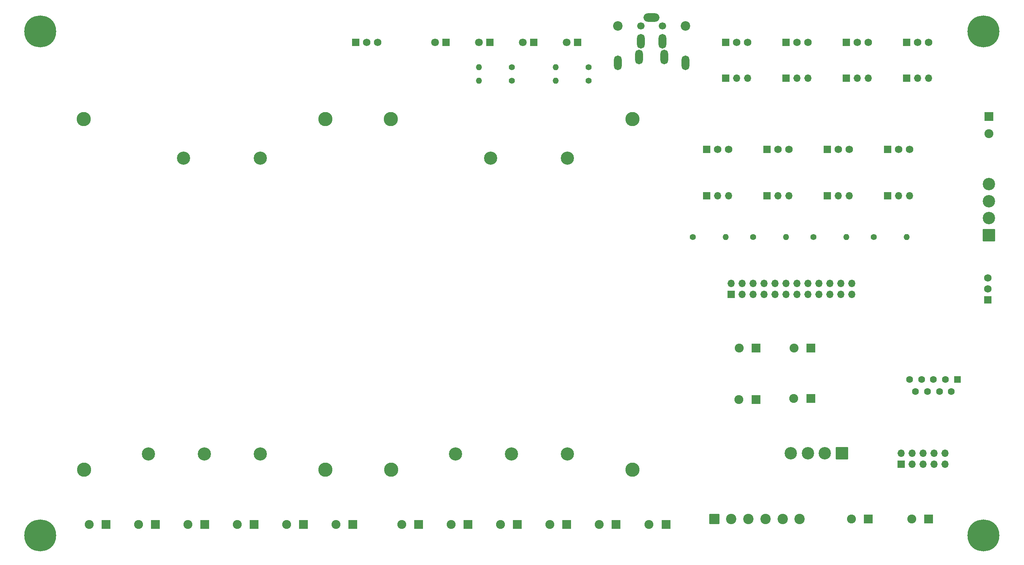
<source format=gbr>
%TF.GenerationSoftware,KiCad,Pcbnew,7.0.10-7.0.10~ubuntu22.04.1*%
%TF.CreationDate,2024-01-18T15:24:54-05:00*%
%TF.ProjectId,power-board,706f7765-722d-4626-9f61-72642e6b6963,rev?*%
%TF.SameCoordinates,Original*%
%TF.FileFunction,Soldermask,Top*%
%TF.FilePolarity,Negative*%
%FSLAX46Y46*%
G04 Gerber Fmt 4.6, Leading zero omitted, Abs format (unit mm)*
G04 Created by KiCad (PCBNEW 7.0.10-7.0.10~ubuntu22.04.1) date 2024-01-18 15:24:54*
%MOMM*%
%LPD*%
G01*
G04 APERTURE LIST*
G04 Aperture macros list*
%AMRoundRect*
0 Rectangle with rounded corners*
0 $1 Rounding radius*
0 $2 $3 $4 $5 $6 $7 $8 $9 X,Y pos of 4 corners*
0 Add a 4 corners polygon primitive as box body*
4,1,4,$2,$3,$4,$5,$6,$7,$8,$9,$2,$3,0*
0 Add four circle primitives for the rounded corners*
1,1,$1+$1,$2,$3*
1,1,$1+$1,$4,$5*
1,1,$1+$1,$6,$7*
1,1,$1+$1,$8,$9*
0 Add four rect primitives between the rounded corners*
20,1,$1+$1,$2,$3,$4,$5,0*
20,1,$1+$1,$4,$5,$6,$7,0*
20,1,$1+$1,$6,$7,$8,$9,0*
20,1,$1+$1,$8,$9,$2,$3,0*%
G04 Aperture macros list end*
%ADD10RoundRect,0.102000X-0.762000X-0.762000X0.762000X-0.762000X0.762000X0.762000X-0.762000X0.762000X0*%
%ADD11C,1.728000*%
%ADD12C,1.400000*%
%ADD13O,1.400000X1.400000*%
%ADD14C,7.400000*%
%ADD15RoundRect,0.102000X-0.935000X-0.935000X0.935000X-0.935000X0.935000X0.935000X-0.935000X0.935000X0*%
%ADD16C,2.074000*%
%ADD17RoundRect,0.102000X0.935000X-0.935000X0.935000X0.935000X-0.935000X0.935000X-0.935000X-0.935000X0*%
%ADD18RoundRect,0.102000X0.762000X-0.762000X0.762000X0.762000X-0.762000X0.762000X-0.762000X-0.762000X0*%
%ADD19C,3.302000*%
%ADD20C,3.048000*%
%ADD21R,1.800000X1.800000*%
%ADD22C,1.800000*%
%ADD23RoundRect,0.102000X1.335000X-1.335000X1.335000X1.335000X-1.335000X1.335000X-1.335000X-1.335000X0*%
%ADD24C,2.874000*%
%ADD25R,1.700000X1.700000*%
%ADD26O,1.700000X1.700000*%
%ADD27RoundRect,0.250001X-0.949999X-0.949999X0.949999X-0.949999X0.949999X0.949999X-0.949999X0.949999X0*%
%ADD28C,2.400000*%
%ADD29C,2.200000*%
%ADD30C,1.700000*%
%ADD31O,1.804000X3.404000*%
%ADD32O,3.704000X1.954000*%
%ADD33RoundRect,0.102000X1.335000X1.335000X-1.335000X1.335000X-1.335000X-1.335000X1.335000X-1.335000X0*%
%ADD34R,1.600000X1.600000*%
%ADD35C,1.600000*%
G04 APERTURE END LIST*
D10*
%TO.C,TP1*%
X98425000Y-25400000D03*
D11*
X100965000Y-25400000D03*
X103505000Y-25400000D03*
%TD*%
D12*
%TO.C,R7*%
X204470000Y-70485000D03*
D13*
X212090000Y-70485000D03*
%TD*%
D14*
%TO.C,H4*%
X243840000Y-139700000D03*
%TD*%
D15*
%TO.C,J14*%
X191176500Y-96264000D03*
D16*
X187216500Y-96264000D03*
%TD*%
D12*
%TO.C,R3*%
X134620000Y-34290000D03*
D13*
X127000000Y-34290000D03*
%TD*%
D12*
%TO.C,R1*%
X134620000Y-31115000D03*
D13*
X127000000Y-31115000D03*
%TD*%
D14*
%TO.C,H3*%
X25400000Y-139700000D03*
%TD*%
D17*
%TO.C,J6*%
X245110000Y-42545000D03*
D16*
X245110000Y-46505000D03*
%TD*%
D15*
%TO.C,J22*%
X217170000Y-135890000D03*
D16*
X213210000Y-135890000D03*
%TD*%
D15*
%TO.C,J17*%
X191135000Y-108204000D03*
D16*
X187175000Y-108204000D03*
%TD*%
D10*
%TO.C,J7*%
X179705000Y-50165000D03*
D11*
X182245000Y-50165000D03*
X184785000Y-50165000D03*
%TD*%
D10*
%TO.C,J1*%
X184150000Y-25376500D03*
D11*
X186690000Y-25376500D03*
X189230000Y-25376500D03*
%TD*%
D18*
%TO.C,J12*%
X244797500Y-85090000D03*
D11*
X244797500Y-82550000D03*
X244797500Y-80010000D03*
%TD*%
D19*
%TO.C,U1*%
X91440000Y-43180000D03*
X35433000Y-43180000D03*
X91440000Y-124460000D03*
X35560000Y-124460000D03*
D20*
X58547000Y-52197000D03*
X76327000Y-52197000D03*
X50419000Y-120777000D03*
X63373000Y-120777000D03*
X76327000Y-120777000D03*
%TD*%
D12*
%TO.C,R8*%
X218440000Y-70485000D03*
D13*
X226060000Y-70485000D03*
%TD*%
D11*
%TO.C,J9*%
X212725000Y-50165000D03*
X210185000Y-50165000D03*
D10*
X207645000Y-50165000D03*
%TD*%
%TO.C,J2*%
X198120000Y-25376500D03*
D11*
X200660000Y-25376500D03*
X203200000Y-25376500D03*
%TD*%
D21*
%TO.C,D4*%
X149860000Y-25400000D03*
D22*
X147320000Y-25400000D03*
%TD*%
D15*
%TO.C,J18*%
X203835000Y-107950000D03*
D16*
X199875000Y-107950000D03*
%TD*%
D23*
%TO.C,J11*%
X245062500Y-70075000D03*
D24*
X245062500Y-66115000D03*
X245062500Y-62155000D03*
X245062500Y-58195000D03*
%TD*%
D15*
%TO.C,J31*%
X124460000Y-137160000D03*
D16*
X120500000Y-137160000D03*
%TD*%
D21*
%TO.C,D3*%
X139700000Y-25400000D03*
D22*
X137160000Y-25400000D03*
%TD*%
D25*
%TO.C,JP1*%
X184135000Y-33655000D03*
D26*
X186675000Y-33655000D03*
X189215000Y-33655000D03*
%TD*%
D15*
%TO.C,J25*%
X52070000Y-137160000D03*
D16*
X48110000Y-137160000D03*
%TD*%
D25*
%TO.C,JP7*%
X207645000Y-60960000D03*
D26*
X210185000Y-60960000D03*
X212725000Y-60960000D03*
%TD*%
D19*
%TO.C,U2*%
X162560000Y-43180000D03*
X106553000Y-43180000D03*
X162560000Y-124460000D03*
X106680000Y-124460000D03*
D20*
X129667000Y-52197000D03*
X147447000Y-52197000D03*
X121539000Y-120777000D03*
X134493000Y-120777000D03*
X147447000Y-120777000D03*
%TD*%
D25*
%TO.C,JP4*%
X226060000Y-33655000D03*
D26*
X228600000Y-33655000D03*
X231140000Y-33655000D03*
%TD*%
D15*
%TO.C,J23*%
X231140000Y-135890000D03*
D16*
X227180000Y-135890000D03*
%TD*%
D15*
%TO.C,J32*%
X135890000Y-137160000D03*
D16*
X131930000Y-137160000D03*
%TD*%
D27*
%TO.C,J21*%
X181460000Y-135890000D03*
D28*
X185420000Y-135890000D03*
X189380000Y-135890000D03*
X193340000Y-135890000D03*
X197300000Y-135890000D03*
X201260000Y-135890000D03*
%TD*%
D12*
%TO.C,R5*%
X176530000Y-70485000D03*
D13*
X184150000Y-70485000D03*
%TD*%
D15*
%TO.C,J24*%
X40640000Y-137160000D03*
D16*
X36680000Y-137160000D03*
%TD*%
D12*
%TO.C,R4*%
X152400000Y-34290000D03*
D13*
X144780000Y-34290000D03*
%TD*%
D25*
%TO.C,J13*%
X185420000Y-83820000D03*
D26*
X185420000Y-81280000D03*
X187960000Y-83820000D03*
X187960000Y-81280000D03*
X190500000Y-83820000D03*
X190500000Y-81280000D03*
X193040000Y-83820000D03*
X193040000Y-81280000D03*
X195580000Y-83820000D03*
X195580000Y-81280000D03*
X198120000Y-83820000D03*
X198120000Y-81280000D03*
X200660000Y-83820000D03*
X200660000Y-81280000D03*
X203200000Y-83820000D03*
X203200000Y-81280000D03*
X205740000Y-83820000D03*
X205740000Y-81280000D03*
X208280000Y-83820000D03*
X208280000Y-81280000D03*
X210820000Y-83820000D03*
X210820000Y-81280000D03*
X213360000Y-83820000D03*
X213360000Y-81280000D03*
%TD*%
D15*
%TO.C,J15*%
X203876500Y-96264000D03*
D16*
X199916500Y-96264000D03*
%TD*%
D25*
%TO.C,J20*%
X224790000Y-123190000D03*
D26*
X224790000Y-120650000D03*
X227330000Y-123190000D03*
X227330000Y-120650000D03*
X229870000Y-123190000D03*
X229870000Y-120650000D03*
X232410000Y-123190000D03*
X232410000Y-120650000D03*
X234950000Y-123190000D03*
X234950000Y-120650000D03*
%TD*%
D25*
%TO.C,JP3*%
X212090000Y-33655000D03*
D26*
X214630000Y-33655000D03*
X217170000Y-33655000D03*
%TD*%
D14*
%TO.C,H1*%
X25400000Y-22860000D03*
%TD*%
D10*
%TO.C,J3*%
X212090000Y-25376500D03*
D11*
X214630000Y-25376500D03*
X217170000Y-25376500D03*
%TD*%
D15*
%TO.C,J29*%
X97790000Y-137160000D03*
D16*
X93830000Y-137160000D03*
%TD*%
D12*
%TO.C,R6*%
X190500000Y-70485000D03*
D13*
X198120000Y-70485000D03*
%TD*%
D15*
%TO.C,J30*%
X113030000Y-137160000D03*
D16*
X109070000Y-137160000D03*
%TD*%
D29*
%TO.C,J5*%
X174765000Y-21590000D03*
D30*
X169465000Y-21590000D03*
X164465000Y-21590000D03*
D29*
X159165000Y-21590000D03*
D31*
X169865000Y-28740000D03*
X164065000Y-28740000D03*
X169465000Y-25090000D03*
X164465000Y-25090000D03*
D32*
X166965000Y-19590000D03*
D31*
X174765000Y-30090000D03*
X159165000Y-30090000D03*
%TD*%
D15*
%TO.C,J27*%
X74930000Y-137160000D03*
D16*
X70970000Y-137160000D03*
%TD*%
D15*
%TO.C,J34*%
X158750000Y-137160000D03*
D16*
X154790000Y-137160000D03*
%TD*%
D25*
%TO.C,JP5*%
X179705000Y-60960000D03*
D26*
X182245000Y-60960000D03*
X184785000Y-60960000D03*
%TD*%
D15*
%TO.C,J28*%
X86360000Y-137160000D03*
D16*
X82400000Y-137160000D03*
%TD*%
D33*
%TO.C,J19*%
X211045000Y-120650000D03*
D24*
X207085000Y-120650000D03*
X203125000Y-120650000D03*
X199165000Y-120650000D03*
%TD*%
D21*
%TO.C,D2*%
X129540000Y-25400000D03*
D22*
X127000000Y-25400000D03*
%TD*%
D15*
%TO.C,J35*%
X170330000Y-137160000D03*
D16*
X166370000Y-137160000D03*
%TD*%
D34*
%TO.C,J16*%
X237775000Y-103505000D03*
D35*
X235005000Y-103505000D03*
X232235000Y-103505000D03*
X229465000Y-103505000D03*
X226695000Y-103505000D03*
X236390000Y-106345000D03*
X233620000Y-106345000D03*
X230850000Y-106345000D03*
X228080000Y-106345000D03*
%TD*%
D25*
%TO.C,JP2*%
X198120000Y-33655000D03*
D26*
X200660000Y-33655000D03*
X203200000Y-33655000D03*
%TD*%
D14*
%TO.C,H2*%
X243840000Y-22860000D03*
%TD*%
D21*
%TO.C,D1*%
X119380000Y-25400000D03*
D22*
X116840000Y-25400000D03*
%TD*%
D10*
%TO.C,J4*%
X226060000Y-25376500D03*
D11*
X228600000Y-25376500D03*
X231140000Y-25376500D03*
%TD*%
D25*
%TO.C,JP8*%
X221615000Y-60960000D03*
D26*
X224155000Y-60960000D03*
X226695000Y-60960000D03*
%TD*%
D10*
%TO.C,J10*%
X221615000Y-50165000D03*
D11*
X224155000Y-50165000D03*
X226695000Y-50165000D03*
%TD*%
D26*
%TO.C,JP6*%
X198755000Y-60960000D03*
X196215000Y-60960000D03*
D25*
X193675000Y-60960000D03*
%TD*%
D12*
%TO.C,R2*%
X152400000Y-31115000D03*
D13*
X144780000Y-31115000D03*
%TD*%
D15*
%TO.C,J33*%
X147320000Y-137160000D03*
D16*
X143360000Y-137160000D03*
%TD*%
D10*
%TO.C,J8*%
X193675000Y-50165000D03*
D11*
X196215000Y-50165000D03*
X198755000Y-50165000D03*
%TD*%
D15*
%TO.C,J26*%
X63500000Y-137160000D03*
D16*
X59540000Y-137160000D03*
%TD*%
M02*

</source>
